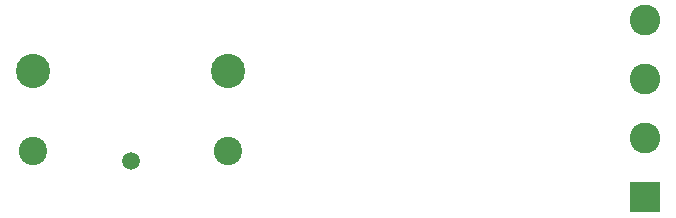
<source format=gbs>
G04 #@! TF.FileFunction,Soldermask,Bot*
%FSLAX46Y46*%
G04 Gerber Fmt 4.6, Leading zero omitted, Abs format (unit mm)*
G04 Created by KiCad (PCBNEW 4.0.7) date 07/29/18 14:43:16*
%MOMM*%
%LPD*%
G01*
G04 APERTURE LIST*
%ADD10C,0.100000*%
%ADD11C,2.601600*%
%ADD12R,2.601600X2.601600*%
%ADD13C,2.901600*%
%ADD14C,2.401600*%
%ADD15C,1.501600*%
G04 APERTURE END LIST*
D10*
D11*
X176530000Y-84060000D03*
X176530000Y-89060000D03*
D12*
X176530000Y-99060000D03*
D11*
X176530000Y-94060000D03*
D13*
X124750000Y-88320000D03*
D14*
X124750000Y-95100000D03*
D15*
X133000000Y-96000000D03*
D14*
X141250000Y-95100000D03*
D13*
X141250000Y-88320000D03*
M02*

</source>
